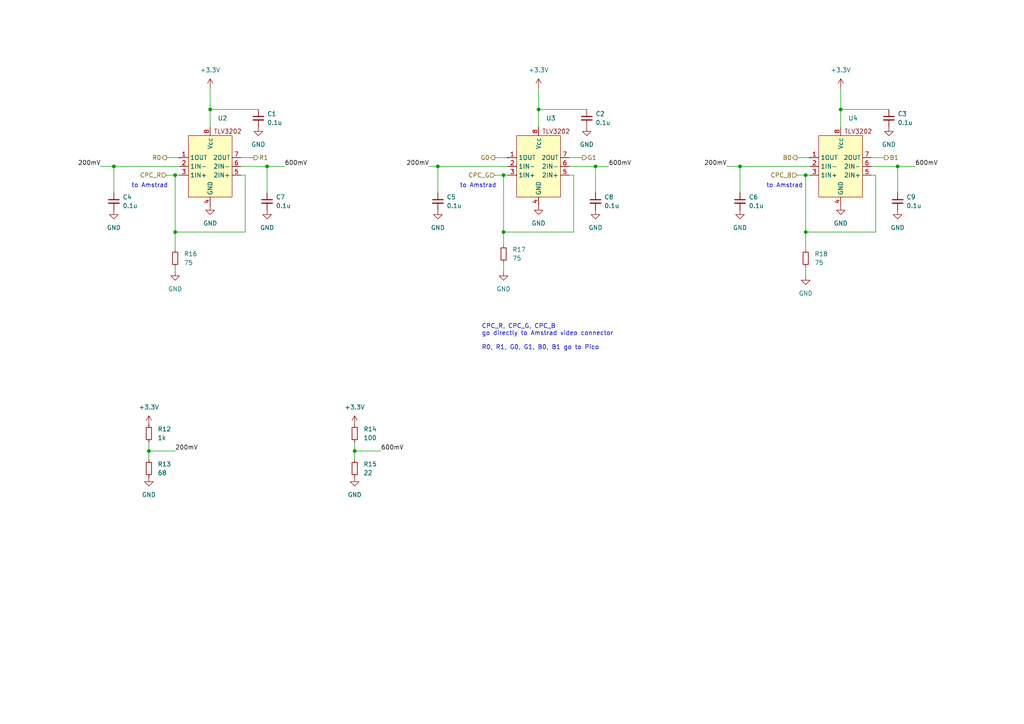
<source format=kicad_sch>
(kicad_sch (version 20230121) (generator eeschema)
  (paper "A4")
  (lib_symbols
    (symbol "Comparator:TLV3202"
      (property "Reference" "U" (at 0 0 0))
      (symbol "TLV3202_0_0"
        (pin output line (at 0 0 0) (length 2.54) (name "1OUT") (number "1"))
        (pin input line (at 0 -2.54 0) (length 2.54) (name "1IN-") (number "2"))
        (pin input line (at 0 -5.08 0) (length 2.54) (name "1IN+") (number "3"))
        (pin power_in line (at 8.89 -13.97 90) (length 2.54) (name "GND") (number "4"))
        (pin input line (at 17.78 -5.08 180) (length 2.54) (name "2IN+") (number "5"))
        (pin input line (at 17.78 -2.54 180) (length 2.54) (name "2IN-") (number "6"))
        (pin output line (at 17.78 0 180) (length 2.54) (name "2OUT") (number "7"))
        (pin power_in line (at 8.89 8.89 270) (length 2.54) (name "Vcc") (number "8"))
      )
      (symbol "TLV3202_1_1"
        (rectangle (start 2.54 6.35) (end 15.24 -11.43) (fill (type background)))
        (text "TLV3202\n" (at 13.97 7.62 0) (effects (font (size 1.27 1.27))))
      )
    )
    (symbol "Device:C_Small" (pin_numbers hide) (pin_names (offset 0.254) hide)
      (property "Reference" "C" (at 0.254 1.778 0))
      (property "Value" "C_Small" (at 0.254 -2.032 0))
      (symbol "C_Small_0_1"
        (polyline (pts (xy -1.524 -0.508) (xy 1.524 -0.508)) (stroke (width 0.3302)))
        (polyline (pts (xy -1.524 0.508) (xy 1.524 0.508)) (stroke (width 0.3048)))
      )
      (symbol "C_Small_1_1"
        (pin passive line (at 0 2.54 270) (length 2.032) (name "~") (number "1"))
        (pin passive line (at 0 -2.54 90) (length 2.032) (name "~") (number "2"))
      )
    )
    (symbol "Device:R_Small" (pin_numbers hide) (pin_names (offset 0.254) hide)
      (property "Reference" "R" (at 0.762 0.508 0))
      (property "Value" "R_Small" (at 0.762 -1.016 0))
      (symbol "R_Small_0_1"
        (rectangle (start -0.762 1.778) (end 0.762 -1.778) (stroke (width 0.2032)))
      )
      (symbol "R_Small_1_1"
        (pin passive line (at 0 2.54 270) (length 0.762) (name "~") (number "1"))
        (pin passive line (at 0 -2.54 90) (length 0.762) (name "~") (number "2"))
      )
    )
    (symbol "power:+3.3V" (power) (pin_names (offset 0))
      (property "Value" "+3.3V" (at 0 3.556 0))
      (symbol "+3.3V_0_1"
        (polyline (pts (xy -0.762 1.27) (xy 0 2.54)))
        (polyline (pts (xy 0 0) (xy 0 2.54)))
        (polyline (pts (xy 0 2.54) (xy 0.762 1.27)))
      )
      (symbol "+3.3V_1_1"
        (pin power_in line (at 0 0 90) (length 0) hide (name "+3.3V") (number "1"))
      )
    )
    (symbol "power:GND" (power) (pin_names (offset 0))
      (property "Value" "GND" (at 0 -3.81 0))
      (symbol "GND_0_1"
        (polyline (pts (xy 0 0) (xy 0 -1.27) (xy 1.27 -1.27) (xy 0 -2.54) (xy -1.27 -1.27) (xy 0 -1.27)))
      )
      (symbol "GND_1_1"
        (pin power_in line (at 0 0 270) (length 0) hide (name "GND") (number "1"))
      )
    )
  )
  (junction (at 50.8 67.31))
  (junction (at 233.68 67.31))
  (junction (at 60.96 31.75))
  (junction (at 43.18 130.81))
  (junction (at 146.05 67.31))
  (junction (at 214.63 48.26))
  (junction (at 156.21 31.75))
  (junction (at 50.8 50.8))
  (junction (at 260.35 48.26))
  (junction (at 243.84 31.75))
  (junction (at 146.05 50.8))
  (junction (at 77.47 48.26))
  (junction (at 33.02 48.26))
  (junction (at 127 48.26))
  (junction (at 172.72 48.26))
  (junction (at 233.68 50.8))
  (junction (at 102.87 130.81))
  (wire (pts (xy 210.82 48.26) (xy 214.63 48.26)))
  (wire (pts (xy 214.63 48.26) (xy 234.95 48.26)))
  (wire (pts (xy 43.18 130.81) (xy 50.8 130.81)))
  (wire (pts (xy 254 50.8) (xy 254 67.31)))
  (wire (pts (xy 77.47 48.26) (xy 77.47 55.88)))
  (wire (pts (xy 50.8 50.8) (xy 52.07 50.8)))
  (wire (pts (xy 146.05 50.8) (xy 146.05 67.31)))
  (wire (pts (xy 69.85 48.26) (xy 77.47 48.26)))
  (wire (pts (xy 156.21 25.4) (xy 156.21 31.75)))
  (wire (pts (xy 50.8 67.31) (xy 50.8 72.39)))
  (wire (pts (xy 33.02 48.26) (xy 52.07 48.26)))
  (wire (pts (xy 166.37 67.31) (xy 166.37 50.8)))
  (wire (pts (xy 231.14 50.8) (xy 233.68 50.8)))
  (wire (pts (xy 172.72 48.26) (xy 172.72 55.88)))
  (wire (pts (xy 254 67.31) (xy 233.68 67.31)))
  (wire (pts (xy 29.21 48.26) (xy 33.02 48.26)))
  (wire (pts (xy 260.35 48.26) (xy 265.43 48.26)))
  (wire (pts (xy 146.05 76.2) (xy 146.05 78.74)))
  (wire (pts (xy 243.84 25.4) (xy 243.84 31.75)))
  (wire (pts (xy 214.63 48.26) (xy 214.63 55.88)))
  (wire (pts (xy 254 50.8) (xy 252.73 50.8)))
  (wire (pts (xy 102.87 130.81) (xy 110.49 130.81)))
  (wire (pts (xy 233.68 67.31) (xy 233.68 72.39)))
  (wire (pts (xy 260.35 48.26) (xy 260.35 55.88)))
  (wire (pts (xy 156.21 31.75) (xy 156.21 36.83)))
  (wire (pts (xy 48.26 50.8) (xy 50.8 50.8)))
  (wire (pts (xy 60.96 25.4) (xy 60.96 31.75)))
  (wire (pts (xy 50.8 50.8) (xy 50.8 67.31)))
  (wire (pts (xy 33.02 48.26) (xy 33.02 55.88)))
  (wire (pts (xy 172.72 48.26) (xy 176.53 48.26)))
  (wire (pts (xy 60.96 31.75) (xy 74.93 31.75)))
  (wire (pts (xy 60.96 31.75) (xy 60.96 36.83)))
  (wire (pts (xy 243.84 31.75) (xy 257.81 31.75)))
  (wire (pts (xy 146.05 67.31) (xy 146.05 71.12)))
  (wire (pts (xy 102.87 130.81) (xy 102.87 133.35)))
  (wire (pts (xy 50.8 67.31) (xy 71.12 67.31)))
  (wire (pts (xy 127 48.26) (xy 147.32 48.26)))
  (wire (pts (xy 71.12 50.8) (xy 69.85 50.8)))
  (wire (pts (xy 252.73 45.72) (xy 256.54 45.72)))
  (wire (pts (xy 243.84 31.75) (xy 243.84 36.83)))
  (wire (pts (xy 43.18 130.81) (xy 43.18 133.35)))
  (wire (pts (xy 69.85 45.72) (xy 73.66 45.72)))
  (wire (pts (xy 52.07 45.72) (xy 48.26 45.72)))
  (wire (pts (xy 43.18 128.27) (xy 43.18 130.81)))
  (wire (pts (xy 146.05 67.31) (xy 166.37 67.31)))
  (wire (pts (xy 50.8 77.47) (xy 50.8 78.74)))
  (wire (pts (xy 165.1 48.26) (xy 172.72 48.26)))
  (wire (pts (xy 234.95 45.72) (xy 231.14 45.72)))
  (wire (pts (xy 166.37 50.8) (xy 165.1 50.8)))
  (wire (pts (xy 146.05 50.8) (xy 147.32 50.8)))
  (wire (pts (xy 233.68 50.8) (xy 233.68 67.31)))
  (wire (pts (xy 127 48.26) (xy 127 55.88)))
  (wire (pts (xy 233.68 77.47) (xy 233.68 80.01)))
  (wire (pts (xy 156.21 31.75) (xy 170.18 31.75)))
  (wire (pts (xy 233.68 50.8) (xy 234.95 50.8)))
  (wire (pts (xy 77.47 48.26) (xy 82.55 48.26)))
  (wire (pts (xy 102.87 128.27) (xy 102.87 130.81)))
  (wire (pts (xy 124.46 48.26) (xy 127 48.26)))
  (wire (pts (xy 147.32 45.72) (xy 143.51 45.72)))
  (wire (pts (xy 71.12 50.8) (xy 71.12 67.31)))
  (wire (pts (xy 143.51 50.8) (xy 146.05 50.8)))
  (wire (pts (xy 252.73 48.26) (xy 260.35 48.26)))
  (wire (pts (xy 165.1 45.72) (xy 168.91 45.72)))
  (text "to Amstrad\n" (at 133.35 54.61 0) (effects (font (size 1.27 1.27)) (justify left bottom)))
  (text "to Amstrad\n" (at 38.1 54.61 0) (effects (font (size 1.27 1.27)) (justify left bottom)))
  (text "CPC_R, CPC_G, CPC_B\ngo directly to Amstrad video connector\n\nR0, R1, G0, G1, B0, B1 go to Pico" (at 139.7 101.6 0) (effects (font (size 1.27 1.27)) (justify left bottom)))
  (text "to Amstrad\n" (at 222.25 54.61 0) (effects (font (size 1.27 1.27)) (justify left bottom)))
  (label "200mV" (at 29.21 48.26 180))
  (label "600mV" (at 265.43 48.26 0))
  (label "600mV" (at 176.53 48.26 0))
  (label "200mV" (at 124.46 48.26 180))
  (label "600mV" (at 82.55 48.26 0))
  (label "600mV" (at 110.49 130.81 0))
  (label "200mV" (at 210.82 48.26 180))
  (label "200mV" (at 50.8 130.81 0))
  (hierarchical_label "G0" (shape output) (at 143.51 45.72 180))
  (hierarchical_label "B0" (shape output) (at 231.14 45.72 180))
  (hierarchical_label "B1" (shape output) (at 256.54 45.72 0))
  (hierarchical_label "R1" (shape output) (at 73.66 45.72 0))
  (hierarchical_label "G1" (shape output) (at 168.91 45.72 0))
  (hierarchical_label "CPC_R" (shape input) (at 48.26 50.8 180))
  (hierarchical_label "CPC_B" (shape input) (at 231.14 50.8 180))
  (hierarchical_label "R0" (shape output) (at 48.26 45.72 180))
  (hierarchical_label "CPC_G" (shape input) (at 143.51 50.8 180))
  (symbol (lib_id "power:GND") (at 243.84 59.69 0) (unit 1)
    (property "Reference" "#PWR014" (effects hide))
    (property "Value" "GND" (at 243.84 64.77 0))
  )
  (symbol (lib_id "power:GND") (at 77.47 60.96 0) (unit 1)
    (property "Reference" "#PWR027" (effects hide))
    (property "Value" "GND" (at 77.47 66.04 0))
  )
  (symbol (lib_id "Comparator:TLV3202") (at 52.07 45.72 0) (unit 1)
    (property "Reference" "U2" (at 63.1541 34.29 0) (effects (justify left)))
    (property "Value" "~" (at 52.07 45.72 0))
    (property "Footprint" "Package_SO:SOIC-8_3.9x4.9mm_P1.27mm" (effects hide))
  )
  (symbol (lib_id "Comparator:TLV3202") (at 234.95 45.72 0) (unit 1)
    (property "Reference" "U4" (at 246.0341 34.29 0) (effects (justify left)))
    (property "Value" "~" (at 234.95 45.72 0))
    (property "Footprint" "Package_SO:SOIC-8_3.9x4.9mm_P1.27mm" (effects hide))
  )
  (symbol (lib_id "power:GND") (at 60.96 59.69 0) (unit 1)
    (property "Reference" "#PWR012" (effects hide))
    (property "Value" "GND" (at 60.96 64.77 0))
  )
  (symbol (lib_id "Device:C_Small") (at 214.63 58.42 0) (unit 1)
    (property "Reference" "C6" (at 217.17 57.1563 0) (effects (justify left)))
    (property "Value" "0.1u" (at 217.17 59.6963 0) (effects (justify left)))
    (property "Footprint" "Capacitor_THT:C_Disc_D4.3mm_W1.9mm_P5.00mm" (effects hide))
  )
  (symbol (lib_id "power:GND") (at 74.93 36.83 0) (unit 1)
    (property "Reference" "#PWR019" (effects hide))
    (property "Value" "GND" (at 74.93 41.91 0))
  )
  (symbol (lib_id "Device:R_Small") (at 50.8 74.93 0) (unit 1)
    (property "Reference" "R16" (at 53.34 73.66 0) (effects (justify left)))
    (property "Value" "75" (at 53.34 76.2 0) (effects (justify left)))
    (property "Footprint" "Resistor_THT:R_Axial_DIN0207_L6.3mm_D2.5mm_P10.16mm_Horizontal" (effects hide))
  )
  (symbol (lib_id "Device:C_Small") (at 170.18 34.29 0) (unit 1)
    (property "Reference" "C2" (at 172.72 33.0263 0) (effects (justify left)))
    (property "Value" "0.1u" (at 172.72 35.5663 0) (effects (justify left)))
    (property "Footprint" "Capacitor_THT:C_Disc_D4.3mm_W1.9mm_P5.00mm" (effects hide))
  )
  (symbol (lib_id "Device:C_Small") (at 33.02 58.42 0) (unit 1)
    (property "Reference" "C4" (at 35.56 57.1563 0) (effects (justify left)))
    (property "Value" "0.1u" (at 35.56 59.6963 0) (effects (justify left)))
    (property "Footprint" "Capacitor_THT:C_Disc_D4.3mm_W1.9mm_P5.00mm" (effects hide))
  )
  (symbol (lib_id "Device:C_Small") (at 77.47 58.42 0) (unit 1)
    (property "Reference" "C7" (at 80.01 57.1563 0) (effects (justify left)))
    (property "Value" "0.1u" (at 80.01 59.6963 0) (effects (justify left)))
    (property "Footprint" "Capacitor_THT:C_Disc_D4.3mm_W1.9mm_P5.00mm" (effects hide))
  )
  (symbol (lib_id "Device:C_Small") (at 257.81 34.29 0) (unit 1)
    (property "Reference" "C3" (at 260.35 33.0263 0) (effects (justify left)))
    (property "Value" "0.1u" (at 260.35 35.5663 0) (effects (justify left)))
    (property "Footprint" "Capacitor_THT:C_Disc_D4.3mm_W1.9mm_P5.00mm" (effects hide))
  )
  (symbol (lib_id "power:+3.3V") (at 156.21 25.4 0) (unit 1)
    (property "Reference" "#PWR020" (effects hide))
    (property "Value" "+3.3V" (at 156.21 20.32 0))
  )
  (symbol (lib_id "Device:R_Small") (at 233.68 74.93 0) (unit 1)
    (property "Reference" "R18" (at 236.22 73.66 0) (effects (justify left)))
    (property "Value" "75" (at 236.22 76.2 0) (effects (justify left)))
    (property "Footprint" "Resistor_THT:R_Axial_DIN0207_L6.3mm_D2.5mm_P10.16mm_Horizontal" (effects hide))
  )
  (symbol (lib_id "Device:C_Small") (at 74.93 34.29 0) (unit 1)
    (property "Reference" "C1" (at 77.47 33.0263 0) (effects (justify left)))
    (property "Value" "0.1u" (at 77.47 35.5663 0) (effects (justify left)))
    (property "Footprint" "Capacitor_THT:C_Disc_D4.3mm_W1.9mm_P5.00mm" (effects hide))
  )
  (symbol (lib_id "power:GND") (at 43.18 138.43 0) (unit 1)
    (property "Reference" "#PWR09" (effects hide))
    (property "Value" "GND" (at 43.18 143.51 0))
  )
  (symbol (lib_id "Device:R_Small") (at 102.87 135.89 0) (unit 1)
    (property "Reference" "R15" (at 105.41 134.62 0) (effects (justify left)))
    (property "Value" "22" (at 105.41 137.16 0) (effects (justify left)))
    (property "Footprint" "Resistor_THT:R_Axial_DIN0207_L6.3mm_D2.5mm_P10.16mm_Horizontal" (effects hide))
  )
  (symbol (lib_id "power:GND") (at 146.05 78.74 0) (unit 1)
    (property "Reference" "#PWR016" (effects hide))
    (property "Value" "GND" (at 146.05 83.82 0))
  )
  (symbol (lib_id "power:GND") (at 260.35 60.96 0) (unit 1)
    (property "Reference" "#PWR029" (effects hide))
    (property "Value" "GND" (at 260.35 66.04 0))
  )
  (symbol (lib_id "power:GND") (at 50.8 78.74 0) (unit 1)
    (property "Reference" "#PWR015" (effects hide))
    (property "Value" "GND" (at 50.8 83.82 0))
  )
  (symbol (lib_id "Device:R_Small") (at 146.05 73.66 0) (unit 1)
    (property "Reference" "R17" (at 148.59 72.39 0) (effects (justify left)))
    (property "Value" "75" (at 148.59 74.93 0) (effects (justify left)))
    (property "Footprint" "Resistor_THT:R_Axial_DIN0207_L6.3mm_D2.5mm_P10.16mm_Horizontal" (effects hide))
  )
  (symbol (lib_id "power:+3.3V") (at 102.87 123.19 0) (unit 1)
    (property "Reference" "#PWR010" (effects hide))
    (property "Value" "+3.3V" (at 102.87 118.11 0))
  )
  (symbol (lib_id "power:GND") (at 170.18 36.83 0) (unit 1)
    (property "Reference" "#PWR021" (effects hide))
    (property "Value" "GND" (at 170.18 41.91 0))
  )
  (symbol (lib_id "power:GND") (at 214.63 60.96 0) (unit 1)
    (property "Reference" "#PWR026" (effects hide))
    (property "Value" "GND" (at 214.63 66.04 0))
  )
  (symbol (lib_id "power:GND") (at 33.02 60.96 0) (unit 1)
    (property "Reference" "#PWR024" (effects hide))
    (property "Value" "GND" (at 33.02 66.04 0))
  )
  (symbol (lib_id "power:+3.3V") (at 60.96 25.4 0) (unit 1)
    (property "Reference" "#PWR018" (effects hide))
    (property "Value" "+3.3V" (at 60.96 20.32 0))
  )
  (symbol (lib_id "power:GND") (at 102.87 138.43 0) (unit 1)
    (property "Reference" "#PWR011" (effects hide))
    (property "Value" "GND" (at 102.87 143.51 0))
  )
  (symbol (lib_id "Device:R_Small") (at 43.18 135.89 0) (unit 1)
    (property "Reference" "R13" (at 45.72 134.62 0) (effects (justify left)))
    (property "Value" "68" (at 45.72 137.16 0) (effects (justify left)))
    (property "Footprint" "Resistor_THT:R_Axial_DIN0207_L6.3mm_D2.5mm_P10.16mm_Horizontal" (effects hide))
  )
  (symbol (lib_id "power:GND") (at 233.68 80.01 0) (unit 1)
    (property "Reference" "#PWR017" (effects hide))
    (property "Value" "GND" (at 233.68 85.09 0))
  )
  (symbol (lib_id "Device:C_Small") (at 172.72 58.42 0) (unit 1)
    (property "Reference" "C8" (at 175.26 57.1563 0) (effects (justify left)))
    (property "Value" "0.1u" (at 175.26 59.6963 0) (effects (justify left)))
    (property "Footprint" "Capacitor_THT:C_Disc_D4.3mm_W1.9mm_P5.00mm" (effects hide))
  )
  (symbol (lib_id "power:GND") (at 156.21 59.69 0) (unit 1)
    (property "Reference" "#PWR013" (effects hide))
    (property "Value" "GND" (at 156.21 64.77 0))
  )
  (symbol (lib_id "power:GND") (at 257.81 36.83 0) (unit 1)
    (property "Reference" "#PWR023" (effects hide))
    (property "Value" "GND" (at 257.81 41.91 0))
  )
  (symbol (lib_id "power:+3.3V") (at 243.84 25.4 0) (unit 1)
    (property "Reference" "#PWR022" (effects hide))
    (property "Value" "+3.3V" (at 243.84 20.32 0))
  )
  (symbol (lib_id "Device:C_Small") (at 127 58.42 0) (unit 1)
    (property "Reference" "C5" (at 129.54 57.1563 0) (effects (justify left)))
    (property "Value" "0.1u" (at 129.54 59.6963 0) (effects (justify left)))
    (property "Footprint" "Capacitor_THT:C_Disc_D4.3mm_W1.9mm_P5.00mm" (effects hide))
  )
  (symbol (lib_id "power:GND") (at 172.72 60.96 0) (unit 1)
    (property "Reference" "#PWR028" (effects hide))
    (property "Value" "GND" (at 172.72 66.04 0))
  )
  (symbol (lib_id "Comparator:TLV3202") (at 147.32 45.72 0) (unit 1)
    (property "Reference" "U3" (at 158.4041 34.29 0) (effects (justify left)))
    (property "Value" "~" (at 147.32 45.72 0))
    (property "Footprint" "Package_SO:SOIC-8_3.9x4.9mm_P1.27mm" (effects hide))
  )
  (symbol (lib_id "power:GND") (at 127 60.96 0) (unit 1)
    (property "Reference" "#PWR025" (effects hide))
    (property "Value" "GND" (at 127 66.04 0))
  )
  (symbol (lib_id "Device:R_Small") (at 102.87 125.73 0) (unit 1)
    (property "Reference" "R14" (at 105.41 124.46 0) (effects (justify left)))
    (property "Value" "100" (at 105.41 127 0) (effects (justify left)))
    (property "Footprint" "Resistor_THT:R_Axial_DIN0207_L6.3mm_D2.5mm_P10.16mm_Horizontal" (effects hide))
  )
  (symbol (lib_id "Device:C_Small") (at 260.35 58.42 0) (unit 1)
    (property "Reference" "C9" (at 262.89 57.1563 0) (effects (justify left)))
    (property "Value" "0.1u" (at 262.89 59.6963 0) (effects (justify left)))
    (property "Footprint" "Capacitor_THT:C_Disc_D4.3mm_W1.9mm_P5.00mm" (effects hide))
  )
  (symbol (lib_id "power:+3.3V") (at 43.18 123.19 0) (unit 1)
    (property "Reference" "#PWR08" (effects hide))
    (property "Value" "+3.3V" (at 43.18 118.11 0))
  )
  (symbol (lib_id "Device:R_Small") (at 43.18 125.73 0) (unit 1)
    (property "Reference" "R12" (at 45.72 124.46 0) (effects (justify left)))
    (property "Value" "1k" (at 45.72 127 0) (effects (justify left)))
    (property "Footprint" "Resistor_THT:R_Axial_DIN0207_L6.3mm_D2.5mm_P10.16mm_Horizontal" (effects hide))
  )
)
</source>
